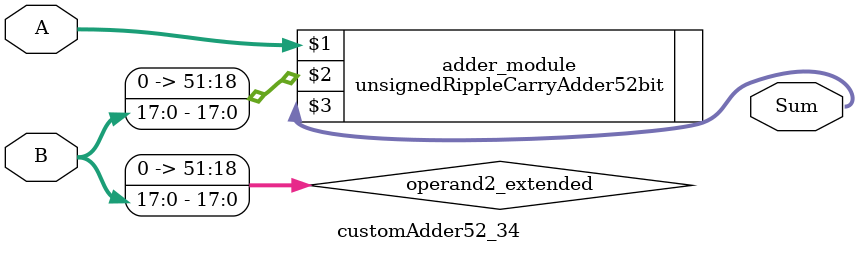
<source format=v>
module customAdder52_34(
                        input [51 : 0] A,
                        input [17 : 0] B,
                        
                        output [52 : 0] Sum
                );

        wire [51 : 0] operand2_extended;
        
        assign operand2_extended =  {34'b0, B};
        
        unsignedRippleCarryAdder52bit adder_module(
            A,
            operand2_extended,
            Sum
        );
        
        endmodule
        
</source>
